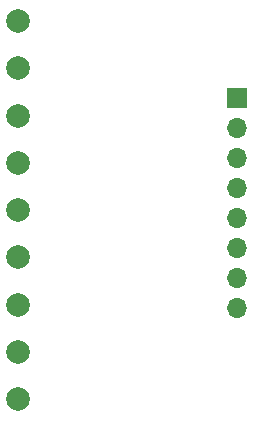
<source format=gbr>
G04 #@! TF.GenerationSoftware,KiCad,Pcbnew,8.0.2*
G04 #@! TF.CreationDate,2024-05-26T13:34:56+02:00*
G04 #@! TF.ProjectId,Playstation 2 breakout 90 degree,506c6179-7374-4617-9469-6f6e20322062,rev?*
G04 #@! TF.SameCoordinates,Original*
G04 #@! TF.FileFunction,Copper,L2,Bot*
G04 #@! TF.FilePolarity,Positive*
%FSLAX46Y46*%
G04 Gerber Fmt 4.6, Leading zero omitted, Abs format (unit mm)*
G04 Created by KiCad (PCBNEW 8.0.2) date 2024-05-26 13:34:56*
%MOMM*%
%LPD*%
G01*
G04 APERTURE LIST*
G04 #@! TA.AperFunction,ComponentPad*
%ADD10C,2.000000*%
G04 #@! TD*
G04 #@! TA.AperFunction,ComponentPad*
%ADD11R,1.700000X1.700000*%
G04 #@! TD*
G04 #@! TA.AperFunction,ComponentPad*
%ADD12O,1.700000X1.700000*%
G04 #@! TD*
G04 APERTURE END LIST*
D10*
X156462000Y-77367625D03*
X156462000Y-93367625D03*
X156462000Y-97367625D03*
X156462000Y-89367625D03*
X156462000Y-85367625D03*
X156462000Y-65367625D03*
X156462000Y-69367625D03*
X156462000Y-81367625D03*
X156462000Y-73367625D03*
D11*
X175004000Y-71831000D03*
D12*
X175004000Y-74371000D03*
X175004000Y-76911000D03*
X175004000Y-79451000D03*
X175004000Y-81991000D03*
X175004000Y-84531000D03*
X175004000Y-87071000D03*
X175004000Y-89611000D03*
M02*

</source>
